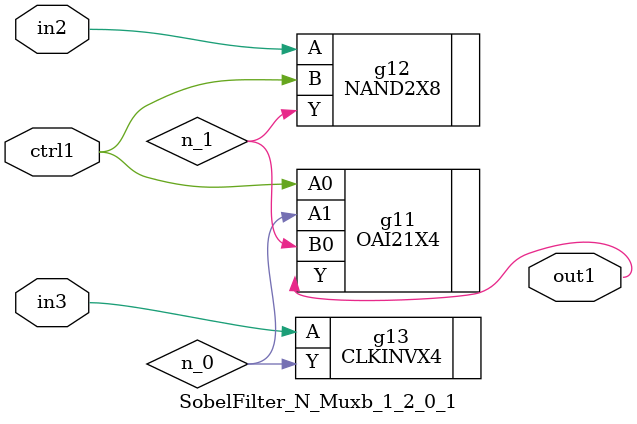
<source format=v>
`timescale 1ps / 1ps


module SobelFilter_N_Muxb_1_2_0_1(in3, in2, ctrl1, out1);
  input in3, in2, ctrl1;
  output out1;
  wire in3, in2, ctrl1;
  wire out1;
  wire n_0, n_1;
  OAI21X4 g11(.A0 (ctrl1), .A1 (n_0), .B0 (n_1), .Y (out1));
  NAND2X8 g12(.A (in2), .B (ctrl1), .Y (n_1));
  CLKINVX4 g13(.A (in3), .Y (n_0));
endmodule



</source>
